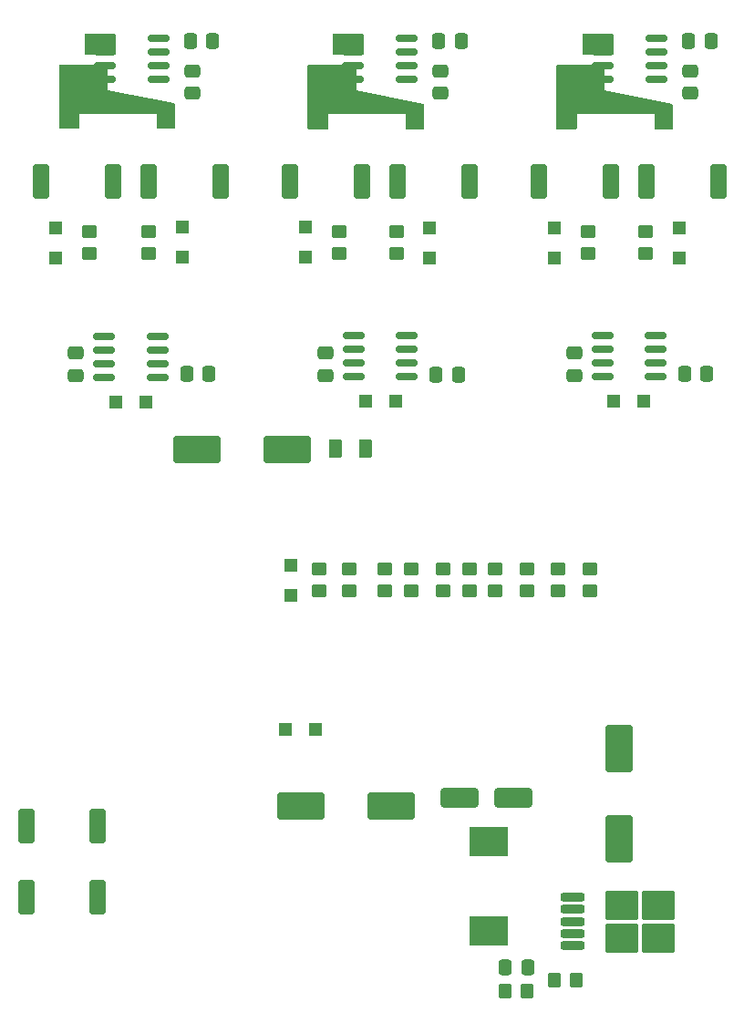
<source format=gbr>
%TF.GenerationSoftware,KiCad,Pcbnew,9.0.0*%
%TF.CreationDate,2025-05-11T19:55:16+03:00*%
%TF.ProjectId,Inverter,496e7665-7274-4657-922e-6b696361645f,rev?*%
%TF.SameCoordinates,Original*%
%TF.FileFunction,Paste,Top*%
%TF.FilePolarity,Positive*%
%FSLAX46Y46*%
G04 Gerber Fmt 4.6, Leading zero omitted, Abs format (unit mm)*
G04 Created by KiCad (PCBNEW 9.0.0) date 2025-05-11 19:55:16*
%MOMM*%
%LPD*%
G01*
G04 APERTURE LIST*
G04 Aperture macros list*
%AMRoundRect*
0 Rectangle with rounded corners*
0 $1 Rounding radius*
0 $2 $3 $4 $5 $6 $7 $8 $9 X,Y pos of 4 corners*
0 Add a 4 corners polygon primitive as box body*
4,1,4,$2,$3,$4,$5,$6,$7,$8,$9,$2,$3,0*
0 Add four circle primitives for the rounded corners*
1,1,$1+$1,$2,$3*
1,1,$1+$1,$4,$5*
1,1,$1+$1,$6,$7*
1,1,$1+$1,$8,$9*
0 Add four rect primitives between the rounded corners*
20,1,$1+$1,$2,$3,$4,$5,0*
20,1,$1+$1,$4,$5,$6,$7,0*
20,1,$1+$1,$6,$7,$8,$9,0*
20,1,$1+$1,$8,$9,$2,$3,0*%
G04 Aperture macros list end*
%ADD10RoundRect,0.250000X1.950000X1.000000X-1.950000X1.000000X-1.950000X-1.000000X1.950000X-1.000000X0*%
%ADD11RoundRect,0.250000X0.450000X-0.350000X0.450000X0.350000X-0.450000X0.350000X-0.450000X-0.350000X0*%
%ADD12RoundRect,0.154000X-0.616000X1.416000X-0.616000X-1.416000X0.616000X-1.416000X0.616000X1.416000X0*%
%ADD13R,1.200000X1.200000*%
%ADD14RoundRect,0.250000X0.337500X0.475000X-0.337500X0.475000X-0.337500X-0.475000X0.337500X-0.475000X0*%
%ADD15RoundRect,0.150000X0.825000X0.150000X-0.825000X0.150000X-0.825000X-0.150000X0.825000X-0.150000X0*%
%ADD16RoundRect,0.250000X-0.450000X0.350000X-0.450000X-0.350000X0.450000X-0.350000X0.450000X0.350000X0*%
%ADD17R,3.600000X2.700000*%
%ADD18RoundRect,0.250000X-0.337500X-0.475000X0.337500X-0.475000X0.337500X0.475000X-0.337500X0.475000X0*%
%ADD19RoundRect,0.250000X-0.475000X0.337500X-0.475000X-0.337500X0.475000X-0.337500X0.475000X0.337500X0*%
%ADD20RoundRect,0.250000X-0.350000X-0.450000X0.350000X-0.450000X0.350000X0.450000X-0.350000X0.450000X0*%
%ADD21RoundRect,0.200000X-0.900000X-0.200000X0.900000X-0.200000X0.900000X0.200000X-0.900000X0.200000X0*%
%ADD22RoundRect,0.250000X-1.275000X-1.125000X1.275000X-1.125000X1.275000X1.125000X-1.275000X1.125000X0*%
%ADD23RoundRect,0.150000X-0.825000X-0.150000X0.825000X-0.150000X0.825000X0.150000X-0.825000X0.150000X0*%
%ADD24RoundRect,0.250000X1.500000X0.650000X-1.500000X0.650000X-1.500000X-0.650000X1.500000X-0.650000X0*%
%ADD25RoundRect,0.250000X-1.000000X1.950000X-1.000000X-1.950000X1.000000X-1.950000X1.000000X1.950000X0*%
%ADD26RoundRect,0.250000X0.350000X0.450000X-0.350000X0.450000X-0.350000X-0.450000X0.350000X-0.450000X0*%
%ADD27RoundRect,0.250000X0.375000X0.625000X-0.375000X0.625000X-0.375000X-0.625000X0.375000X-0.625000X0*%
G04 APERTURE END LIST*
D10*
%TO.C,C4*%
X140950000Y-122875000D03*
X132550000Y-122875000D03*
%TD*%
D11*
%TO.C,R9*%
X145775000Y-100875000D03*
X145775000Y-102875000D03*
%TD*%
D10*
%TO.C,C2*%
X131300000Y-89725000D03*
X122900000Y-89725000D03*
%TD*%
D12*
%TO.C,D5*%
X113700000Y-131300000D03*
X107050000Y-131300000D03*
%TD*%
%TO.C,D4*%
X113700000Y-124725000D03*
X107050000Y-124725000D03*
%TD*%
D13*
%TO.C,D7*%
X138600000Y-85300000D03*
X141400000Y-85300000D03*
%TD*%
D14*
%TO.C,C15*%
X147187500Y-82800000D03*
X145112500Y-82800000D03*
%TD*%
D12*
%TO.C,D17*%
X148225000Y-64900000D03*
X141575000Y-64900000D03*
%TD*%
D11*
%TO.C,R1*%
X134300000Y-102875000D03*
X134300000Y-100875000D03*
%TD*%
D15*
%TO.C,U7*%
X142425000Y-83005000D03*
X142425000Y-81735000D03*
X142425000Y-80465000D03*
X142425000Y-79195000D03*
X137475000Y-79195000D03*
X137475000Y-80465000D03*
X137475000Y-81735000D03*
X137475000Y-83005000D03*
%TD*%
D16*
%TO.C,R12*%
X156450000Y-100875000D03*
X156450000Y-102875000D03*
%TD*%
D17*
%TO.C,L1*%
X149995000Y-134505000D03*
X149995000Y-126205000D03*
%TD*%
D16*
%TO.C,R11*%
X137100000Y-100875000D03*
X137100000Y-102875000D03*
%TD*%
D12*
%TO.C,D18*%
X138225000Y-64900000D03*
X131575000Y-64900000D03*
%TD*%
D16*
%TO.C,R17*%
X118400000Y-69525000D03*
X118400000Y-71525000D03*
%TD*%
D13*
%TO.C,D13*%
X121550000Y-71925000D03*
X121550000Y-69125000D03*
%TD*%
D12*
%TO.C,D15*%
X171325000Y-64900000D03*
X164675000Y-64900000D03*
%TD*%
D16*
%TO.C,R7*%
X140350000Y-100875000D03*
X140350000Y-102875000D03*
%TD*%
D13*
%TO.C,D8*%
X115400000Y-85350000D03*
X118200000Y-85350000D03*
%TD*%
D11*
%TO.C,R2*%
X159400000Y-102875000D03*
X159400000Y-100875000D03*
%TD*%
D13*
%TO.C,D2*%
X131650000Y-100475000D03*
X131650000Y-103275000D03*
%TD*%
D18*
%TO.C,C10*%
X168562500Y-51800000D03*
X170637500Y-51800000D03*
%TD*%
D13*
%TO.C,D11*%
X144550000Y-71950000D03*
X144550000Y-69150000D03*
%TD*%
D19*
%TO.C,C18*%
X111700000Y-80812500D03*
X111700000Y-82887500D03*
%TD*%
D15*
%TO.C,U8*%
X119275000Y-83055000D03*
X119275000Y-81785000D03*
X119275000Y-80515000D03*
X119275000Y-79245000D03*
X114325000Y-79245000D03*
X114325000Y-80515000D03*
X114325000Y-81785000D03*
X114325000Y-83055000D03*
%TD*%
D12*
%TO.C,D20*%
X115125000Y-64900000D03*
X108475000Y-64900000D03*
%TD*%
D20*
%TO.C,R4*%
X151560000Y-140055000D03*
X153560000Y-140055000D03*
%TD*%
D19*
%TO.C,C7*%
X168700000Y-54612500D03*
X168700000Y-56687500D03*
%TD*%
D14*
%TO.C,C14*%
X124037500Y-82750000D03*
X121962500Y-82750000D03*
%TD*%
D19*
%TO.C,C17*%
X134900000Y-80812500D03*
X134900000Y-82887500D03*
%TD*%
D21*
%TO.C,U1*%
X157770000Y-131300000D03*
X157770000Y-132440000D03*
X157770000Y-133580000D03*
D22*
X162395000Y-132055000D03*
X162395000Y-135105000D03*
X165745000Y-132055000D03*
X165745000Y-135105000D03*
D21*
X157770000Y-134720000D03*
X157770000Y-135860000D03*
%TD*%
D23*
%TO.C,U3*%
X160625000Y-51595000D03*
X160625000Y-52865000D03*
X160625000Y-54135000D03*
X160625000Y-55405000D03*
X165575000Y-55405000D03*
X165575000Y-54135000D03*
X165575000Y-52865000D03*
X165575000Y-51595000D03*
%TD*%
D19*
%TO.C,C9*%
X122500000Y-54612500D03*
X122500000Y-56687500D03*
%TD*%
D18*
%TO.C,C12*%
X122312500Y-51800000D03*
X124387500Y-51800000D03*
%TD*%
D12*
%TO.C,D16*%
X161325000Y-64900000D03*
X154675000Y-64900000D03*
%TD*%
D18*
%TO.C,C11*%
X145362500Y-51800000D03*
X147437500Y-51800000D03*
%TD*%
D13*
%TO.C,D1*%
X131100000Y-115725000D03*
X133900000Y-115725000D03*
%TD*%
D19*
%TO.C,C16*%
X157950000Y-80812500D03*
X157950000Y-82887500D03*
%TD*%
D11*
%TO.C,R10*%
X150625000Y-102875000D03*
X150625000Y-100875000D03*
%TD*%
%TO.C,R8*%
X142850000Y-102875000D03*
X142850000Y-100875000D03*
%TD*%
D13*
%TO.C,D6*%
X161650000Y-85300000D03*
X164450000Y-85300000D03*
%TD*%
D14*
%TO.C,C13*%
X170287500Y-82750000D03*
X168212500Y-82750000D03*
%TD*%
D16*
%TO.C,R15*%
X141500000Y-69550000D03*
X141500000Y-71550000D03*
%TD*%
D15*
%TO.C,U6*%
X165525000Y-83005000D03*
X165525000Y-81735000D03*
X165525000Y-80465000D03*
X165525000Y-79195000D03*
X160575000Y-79195000D03*
X160575000Y-80465000D03*
X160575000Y-81735000D03*
X160575000Y-83005000D03*
%TD*%
D16*
%TO.C,R13*%
X164600000Y-69550000D03*
X164600000Y-71550000D03*
%TD*%
D23*
%TO.C,U5*%
X114375000Y-51595000D03*
X114375000Y-52865000D03*
X114375000Y-54135000D03*
X114375000Y-55405000D03*
X119325000Y-55405000D03*
X119325000Y-54135000D03*
X119325000Y-52865000D03*
X119325000Y-51595000D03*
%TD*%
D16*
%TO.C,R16*%
X136125000Y-69525000D03*
X136125000Y-71525000D03*
%TD*%
D13*
%TO.C,D14*%
X109800000Y-71950000D03*
X109800000Y-69150000D03*
%TD*%
D12*
%TO.C,D19*%
X125125000Y-64900000D03*
X118475000Y-64900000D03*
%TD*%
D24*
%TO.C,D3*%
X152287500Y-122110000D03*
X147287500Y-122110000D03*
%TD*%
D16*
%TO.C,R14*%
X159275000Y-69550000D03*
X159275000Y-71550000D03*
%TD*%
D25*
%TO.C,C1*%
X162100000Y-117525000D03*
X162100000Y-125925000D03*
%TD*%
D16*
%TO.C,R6*%
X148200000Y-100875000D03*
X148200000Y-102875000D03*
%TD*%
D14*
%TO.C,C3*%
X153622500Y-137830000D03*
X151547500Y-137830000D03*
%TD*%
D19*
%TO.C,C8*%
X145500000Y-54612500D03*
X145500000Y-56687500D03*
%TD*%
D16*
%TO.C,R5*%
X153600000Y-100875000D03*
X153600000Y-102875000D03*
%TD*%
D23*
%TO.C,U4*%
X137425000Y-51595000D03*
X137425000Y-52865000D03*
X137425000Y-54135000D03*
X137425000Y-55405000D03*
X142375000Y-55405000D03*
X142375000Y-54135000D03*
X142375000Y-52865000D03*
X142375000Y-51595000D03*
%TD*%
D13*
%TO.C,D9*%
X167750000Y-71950000D03*
X167750000Y-69150000D03*
%TD*%
%TO.C,D10*%
X156125000Y-71950000D03*
X156125000Y-69150000D03*
%TD*%
%TO.C,D12*%
X133025000Y-71925000D03*
X133025000Y-69125000D03*
%TD*%
D26*
%TO.C,R3*%
X158135000Y-139030000D03*
X156135000Y-139030000D03*
%TD*%
D16*
%TO.C,R18*%
X112950000Y-69550000D03*
X112950000Y-71550000D03*
%TD*%
D27*
%TO.C,F1*%
X138600000Y-89675000D03*
X135800000Y-89675000D03*
%TD*%
G36*
X137643039Y-54044685D02*
G01*
X137688794Y-54097489D01*
X137700000Y-54149000D01*
X137700000Y-56374999D01*
X137700001Y-56375001D01*
X143901059Y-57654583D01*
X143962737Y-57687409D01*
X143996877Y-57748370D01*
X144000000Y-57776024D01*
X144000000Y-59901000D01*
X143980315Y-59968039D01*
X143927511Y-60013794D01*
X143876000Y-60025000D01*
X142424000Y-60025000D01*
X142356961Y-60005315D01*
X142311206Y-59952511D01*
X142300000Y-59901000D01*
X142300000Y-58625000D01*
X135100000Y-58625000D01*
X135100000Y-59901000D01*
X135080315Y-59968039D01*
X135027511Y-60013794D01*
X134976000Y-60025000D01*
X133324000Y-60025000D01*
X133256961Y-60005315D01*
X133211206Y-59952511D01*
X133200000Y-59901000D01*
X133200000Y-54149000D01*
X133219685Y-54081961D01*
X133272489Y-54036206D01*
X133324000Y-54025000D01*
X137576000Y-54025000D01*
X137643039Y-54044685D01*
G37*
G36*
X138343039Y-51144685D02*
G01*
X138388794Y-51197489D01*
X138400000Y-51249000D01*
X138400000Y-53001000D01*
X138380315Y-53068039D01*
X138327511Y-53113794D01*
X138276000Y-53125000D01*
X135624000Y-53125000D01*
X135556961Y-53105315D01*
X135511206Y-53052511D01*
X135500000Y-53001000D01*
X135500000Y-51249000D01*
X135519685Y-51181961D01*
X135572489Y-51136206D01*
X135624000Y-51125000D01*
X138276000Y-51125000D01*
X138343039Y-51144685D01*
G37*
G36*
X115343039Y-51144685D02*
G01*
X115388794Y-51197489D01*
X115400000Y-51249000D01*
X115400000Y-53001000D01*
X115380315Y-53068039D01*
X115327511Y-53113794D01*
X115276000Y-53125000D01*
X112624000Y-53125000D01*
X112556961Y-53105315D01*
X112511206Y-53052511D01*
X112500000Y-53001000D01*
X112500000Y-51249000D01*
X112519685Y-51181961D01*
X112572489Y-51136206D01*
X112624000Y-51125000D01*
X115276000Y-51125000D01*
X115343039Y-51144685D01*
G37*
G36*
X161543039Y-51144685D02*
G01*
X161588794Y-51197489D01*
X161600000Y-51249000D01*
X161600000Y-53001000D01*
X161580315Y-53068039D01*
X161527511Y-53113794D01*
X161476000Y-53125000D01*
X158824000Y-53125000D01*
X158756961Y-53105315D01*
X158711206Y-53052511D01*
X158700000Y-53001000D01*
X158700000Y-51249000D01*
X158719685Y-51181961D01*
X158772489Y-51136206D01*
X158824000Y-51125000D01*
X161476000Y-51125000D01*
X161543039Y-51144685D01*
G37*
G36*
X160743039Y-54044685D02*
G01*
X160788794Y-54097489D01*
X160800000Y-54149000D01*
X160800000Y-56374999D01*
X160800001Y-56375001D01*
X167001059Y-57654583D01*
X167062737Y-57687409D01*
X167096877Y-57748370D01*
X167100000Y-57776024D01*
X167100000Y-59901000D01*
X167080315Y-59968039D01*
X167027511Y-60013794D01*
X166976000Y-60025000D01*
X165524000Y-60025000D01*
X165456961Y-60005315D01*
X165411206Y-59952511D01*
X165400000Y-59901000D01*
X165400000Y-58625000D01*
X158200000Y-58625000D01*
X158200000Y-59901000D01*
X158180315Y-59968039D01*
X158127511Y-60013794D01*
X158076000Y-60025000D01*
X156424000Y-60025000D01*
X156356961Y-60005315D01*
X156311206Y-59952511D01*
X156300000Y-59901000D01*
X156300000Y-54149000D01*
X156319685Y-54081961D01*
X156372489Y-54036206D01*
X156424000Y-54025000D01*
X160676000Y-54025000D01*
X160743039Y-54044685D01*
G37*
G36*
X114543039Y-54019685D02*
G01*
X114588794Y-54072489D01*
X114600000Y-54124000D01*
X114600000Y-56374999D01*
X120800597Y-57629882D01*
X120862399Y-57662473D01*
X120896771Y-57723304D01*
X120900000Y-57751418D01*
X120900000Y-59876000D01*
X120880315Y-59943039D01*
X120827511Y-59988794D01*
X120776000Y-60000000D01*
X119324000Y-60000000D01*
X119256961Y-59980315D01*
X119211206Y-59927511D01*
X119200000Y-59876000D01*
X119200000Y-58600000D01*
X112000000Y-58600000D01*
X112000000Y-59876000D01*
X111980315Y-59943039D01*
X111927511Y-59988794D01*
X111876000Y-60000000D01*
X110224000Y-60000000D01*
X110156961Y-59980315D01*
X110111206Y-59927511D01*
X110100000Y-59876000D01*
X110100000Y-54124000D01*
X110119685Y-54056961D01*
X110172489Y-54011206D01*
X110224000Y-54000000D01*
X114476000Y-54000000D01*
X114543039Y-54019685D01*
G37*
M02*

</source>
